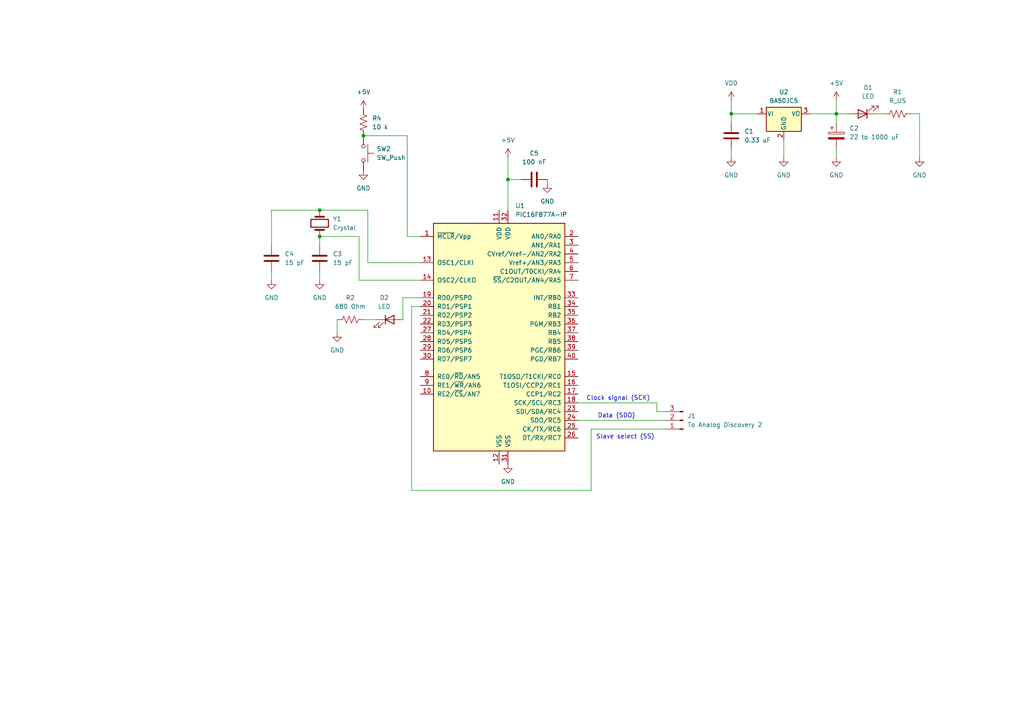
<source format=kicad_sch>
(kicad_sch (version 20250114) (generator "eeschema") (generator_version "9.0")
  (paper "A4")
  (lib_symbols
    (symbol "Connector:Conn_01x03_Pin" (pin_names (offset 1.016) (hide yes))
      (property "Reference" "J" (at 0 5.08 0))
      (property "Value" "Conn_01x03_Pin" (at 0 -5.08 0))
      (symbol "Conn_01x03_Pin_1_1"
        (rectangle (start 0.8636 2.667) (end 0 2.413) (stroke (width 0.1524)) (fill (type outline)))
        (rectangle (start 0.8636 0.127) (end 0 -0.127) (stroke (width 0.1524)) (fill (type outline)))
        (rectangle (start 0.8636 -2.413) (end 0 -2.667) (stroke (width 0.1524)) (fill (type outline)))
        (polyline (pts (xy 1.27 2.54) (xy 0.8636 2.54)) (stroke (width 0.1524)))
        (polyline (pts (xy 1.27 0) (xy 0.8636 0)) (stroke (width 0.1524)))
        (polyline (pts (xy 1.27 -2.54) (xy 0.8636 -2.54)) (stroke (width 0.1524)))
        (pin passive line (at 5.08 2.54 180) (length 3.81) (name "Pin_1") (number "1"))
        (pin passive line (at 5.08 0 180) (length 3.81) (name "Pin_2") (number "2"))
        (pin passive line (at 5.08 -2.54 180) (length 3.81) (name "Pin_3") (number "3"))
      )
    )
    (symbol "Device:C" (pin_numbers (hide yes)) (pin_names (offset 0.254))
      (property "Reference" "C" (at 0.635 2.54 0))
      (property "Value" "C" (at 0.635 -2.54 0))
      (symbol "C_0_1"
        (polyline (pts (xy -2.032 0.762) (xy 2.032 0.762)) (stroke (width 0.508)))
        (polyline (pts (xy -2.032 -0.762) (xy 2.032 -0.762)) (stroke (width 0.508)))
      )
      (symbol "C_1_1"
        (pin passive line (at 0 3.81 270) (length 2.794) (name "~") (number "1"))
        (pin passive line (at 0 -3.81 90) (length 2.794) (name "~") (number "2"))
      )
    )
    (symbol "Device:C_Polarized" (pin_numbers (hide yes)) (pin_names (offset 0.254))
      (property "Reference" "C" (at 0.635 2.54 0))
      (property "Value" "C_Polarized" (at 0.635 -2.54 0))
      (symbol "C_Polarized_0_1"
        (rectangle (start -2.286 0.508) (end 2.286 1.016))
        (polyline (pts (xy -1.778 2.286) (xy -0.762 2.286)))
        (polyline (pts (xy -1.27 2.794) (xy -1.27 1.778)))
        (rectangle (start 2.286 -0.508) (end -2.286 -1.016) (fill (type outline)))
      )
      (symbol "C_Polarized_1_1"
        (pin passive line (at 0 3.81 270) (length 2.794) (name "~") (number "1"))
        (pin passive line (at 0 -3.81 90) (length 2.794) (name "~") (number "2"))
      )
    )
    (symbol "Device:Crystal" (pin_numbers (hide yes)) (pin_names (offset 1.016) (hide yes))
      (property "Reference" "Y" (at 0 3.81 0))
      (property "Value" "Crystal" (at 0 -3.81 0))
      (symbol "Crystal_0_1"
        (polyline (pts (xy -2.54 0) (xy -1.905 0)))
        (polyline (pts (xy -1.905 -1.27) (xy -1.905 1.27)) (stroke (width 0.508)))
        (rectangle (start -1.143 2.54) (end 1.143 -2.54) (stroke (width 0.3048)))
        (polyline (pts (xy 1.905 -1.27) (xy 1.905 1.27)) (stroke (width 0.508)))
        (polyline (pts (xy 2.54 0) (xy 1.905 0)))
      )
      (symbol "Crystal_1_1"
        (pin passive line (at -3.81 0 0) (length 1.27) (name "1") (number "1"))
        (pin passive line (at 3.81 0 180) (length 1.27) (name "2") (number "2"))
      )
    )
    (symbol "Device:LED" (pin_numbers (hide yes)) (pin_names (offset 1.016) (hide yes))
      (property "Reference" "D" (at 0 2.54 0))
      (property "Value" "LED" (at 0 -2.54 0))
      (symbol "LED_0_1"
        (polyline (pts (xy -3.048 -0.762) (xy -4.572 -2.286) (xy -3.81 -2.286) (xy -4.572 -2.286) (xy -4.572 -1.524)))
        (polyline (pts (xy -1.778 -0.762) (xy -3.302 -2.286) (xy -2.54 -2.286) (xy -3.302 -2.286) (xy -3.302 -1.524)))
        (polyline (pts (xy -1.27 0) (xy 1.27 0)))
        (polyline (pts (xy -1.27 -1.27) (xy -1.27 1.27)) (stroke (width 0.254)))
        (polyline (pts (xy 1.27 -1.27) (xy 1.27 1.27) (xy -1.27 0) (xy 1.27 -1.27)) (stroke (width 0.254)))
      )
      (symbol "LED_1_1"
        (pin passive line (at -3.81 0 0) (length 2.54) (name "K") (number "1"))
        (pin passive line (at 3.81 0 180) (length 2.54) (name "A") (number "2"))
      )
    )
    (symbol "Device:R_US" (pin_numbers (hide yes)) (pin_names (offset 0))
      (property "Reference" "R" (at 2.54 0 90))
      (property "Value" "R_US" (at -2.54 0 90))
      (symbol "R_US_0_1"
        (polyline (pts (xy 0 2.286) (xy 0 2.54)))
        (polyline (pts (xy 0 2.286) (xy 1.016 1.905) (xy 0 1.524) (xy -1.016 1.143) (xy 0 0.762)))
        (polyline (pts (xy 0 0.762) (xy 1.016 0.381) (xy 0 0) (xy -1.016 -0.381) (xy 0 -0.762)))
        (polyline (pts (xy 0 -0.762) (xy 1.016 -1.143) (xy 0 -1.524) (xy -1.016 -1.905) (xy 0 -2.286)))
        (polyline (pts (xy 0 -2.286) (xy 0 -2.54)))
      )
      (symbol "R_US_1_1"
        (pin passive line (at 0 3.81 270) (length 1.27) (name "~") (number "1"))
        (pin passive line (at 0 -3.81 90) (length 1.27) (name "~") (number "2"))
      )
    )
    (symbol "MCU_Microchip_PIC16:PIC16F877A-IP" (pin_names (offset 1.016))
      (property "Reference" "U" (at 5.08 35.56 0))
      (property "Value" "PIC16F877A-IP" (at 5.08 33.02 0))
      (symbol "PIC16F877A-IP_0_1"
        (rectangle (start -19.05 31.75) (end 19.05 -34.29) (stroke (width 0.254)) (fill (type background)))
      )
      (symbol "PIC16F877A-IP_1_1"
        (pin input line (at -22.86 27.94 0) (length 3.81) (name "~{MCLR}/Vpp") (number "1"))
        (pin input line (at -22.86 20.32 0) (length 3.81) (name "OSC1/CLKI") (number "13"))
        (pin output line (at -22.86 15.24 0) (length 3.81) (name "OSC2/CLKO") (number "14"))
        (pin bidirectional line (at -22.86 10.16 0) (length 3.81) (name "RD0/PSP0") (number "19"))
        (pin bidirectional line (at -22.86 7.62 0) (length 3.81) (name "RD1/PSP1") (number "20"))
        (pin bidirectional line (at -22.86 5.08 0) (length 3.81) (name "RD2/PSP2") (number "21"))
        (pin bidirectional line (at -22.86 2.54 0) (length 3.81) (name "RD3/PSP3") (number "22"))
        (pin bidirectional line (at -22.86 0 0) (length 3.81) (name "RD4/PSP4") (number "27"))
        (pin bidirectional line (at -22.86 -2.54 0) (length 3.81) (name "RD5/PSP5") (number "28"))
        (pin bidirectional line (at -22.86 -5.08 0) (length 3.81) (name "RD6/PSP6") (number "29"))
        (pin bidirectional line (at -22.86 -7.62 0) (length 3.81) (name "RD7/PSP7") (number "30"))
        (pin bidirectional line (at -22.86 -12.7 0) (length 3.81) (name "RE0/~{RD}/AN5") (number "8"))
        (pin bidirectional line (at -22.86 -15.24 0) (length 3.81) (name "RE1/~{WR}/AN6") (number "9"))
        (pin bidirectional line (at -22.86 -17.78 0) (length 3.81) (name "RE2/~{CS}/AN7") (number "10"))
        (pin power_in line (at 0 35.56 270) (length 3.81) (name "VDD") (number "11"))
        (pin power_in line (at 0 -38.1 90) (length 3.81) (name "VSS") (number "12"))
        (pin power_in line (at 2.54 35.56 270) (length 3.81) (name "VDD") (number "32"))
        (pin power_in line (at 2.54 -38.1 90) (length 3.81) (name "VSS") (number "31"))
        (pin bidirectional line (at 22.86 27.94 180) (length 3.81) (name "AN0/RA0") (number "2"))
        (pin bidirectional line (at 22.86 25.4 180) (length 3.81) (name "AN1/RA1") (number "3"))
        (pin bidirectional line (at 22.86 22.86 180) (length 3.81) (name "CVref/Vref-/AN2/RA2") (number "4"))
        (pin bidirectional line (at 22.86 20.32 180) (length 3.81) (name "Vref+/AN3/RA3") (number "5"))
        (pin bidirectional line (at 22.86 17.78 180) (length 3.81) (name "C1OUT/T0CKI/RA4") (number "6"))
        (pin bidirectional line (at 22.86 15.24 180) (length 3.81) (name "~{SS}/C2OUT/AN4/RA5") (number "7"))
        (pin bidirectional line (at 22.86 10.16 180) (length 3.81) (name "INT/RB0") (number "33"))
        (pin bidirectional line (at 22.86 7.62 180) (length 3.81) (name "RB1") (number "34"))
        (pin bidirectional line (at 22.86 5.08 180) (length 3.81) (name "RB2") (number "35"))
        (pin bidirectional line (at 22.86 2.54 180) (length 3.81) (name "PGM/RB3") (number "36"))
        (pin bidirectional line (at 22.86 0 180) (length 3.81) (name "RB4") (number "37"))
        (pin bidirectional line (at 22.86 -2.54 180) (length 3.81) (name "RB5") (number "38"))
        (pin bidirectional line (at 22.86 -5.08 180) (length 3.81) (name "PGC/RB6") (number "39"))
        (pin bidirectional line (at 22.86 -7.62 180) (length 3.81) (name "PGD/RB7") (number "40"))
        (pin bidirectional line (at 22.86 -12.7 180) (length 3.81) (name "T1OSO/T1CKI/RC0") (number "15"))
        (pin bidirectional line (at 22.86 -15.24 180) (length 3.81) (name "T1OSI/CCP2/RC1") (number "16"))
        (pin bidirectional line (at 22.86 -17.78 180) (length 3.81) (name "CCP1/RC2") (number "17"))
        (pin bidirectional line (at 22.86 -20.32 180) (length 3.81) (name "SCK/SCL/RC3") (number "18"))
        (pin bidirectional line (at 22.86 -22.86 180) (length 3.81) (name "SDI/SDA/RC4") (number "23"))
        (pin bidirectional line (at 22.86 -25.4 180) (length 3.81) (name "SDO/RC5") (number "24"))
        (pin bidirectional line (at 22.86 -27.94 180) (length 3.81) (name "CK/TX/RC6") (number "25"))
        (pin bidirectional line (at 22.86 -30.48 180) (length 3.81) (name "DT/RX/RC7") (number "26"))
      )
    )
    (symbol "Regulator_Linear:LM78M05_TO220" (pin_names (offset 0.254))
      (property "Reference" "U" (at -3.81 3.175 0))
      (property "Value" "LM78M05_TO220" (at 0 3.175 0))
      (symbol "LM78M05_TO220_0_1"
        (rectangle (start -5.08 1.905) (end 5.08 -5.08) (stroke (width 0.254)) (fill (type background)))
      )
      (symbol "LM78M05_TO220_1_1"
        (pin power_in line (at -7.62 0 0) (length 2.54) (name "VI") (number "1"))
        (pin power_in line (at 0 -7.62 90) (length 2.54) (name "GND") (number "2"))
        (pin power_out line (at 7.62 0 180) (length 2.54) (name "VO") (number "3"))
      )
    )
    (symbol "Switch:SW_Push" (pin_numbers (hide yes)) (pin_names (offset 1.016) (hide yes))
      (property "Reference" "SW" (at 1.27 2.54 0))
      (property "Value" "SW_Push" (at 0 -1.524 0))
      (symbol "SW_Push_0_1"
        (circle (center -2.032 0) (radius 0.508))
        (polyline (pts (xy 0 1.27) (xy 0 3.048)))
        (circle (center 2.032 0) (radius 0.508))
        (polyline (pts (xy 2.54 1.27) (xy -2.54 1.27)))
        (pin passive line (at -5.08 0 0) (length 2.54) (name "1") (number "1"))
        (pin passive line (at 5.08 0 180) (length 2.54) (name "2") (number "2"))
      )
    )
    (symbol "power:+5V" (power) (pin_numbers (hide yes)) (pin_names (offset 0) (hide yes))
      (property "Value" "+5V" (at 0 3.556 0))
      (symbol "+5V_0_1"
        (polyline (pts (xy -0.762 1.27) (xy 0 2.54)))
        (polyline (pts (xy 0 2.54) (xy 0.762 1.27)))
        (polyline (pts (xy 0 0) (xy 0 2.54)))
      )
      (symbol "+5V_1_1"
        (pin power_in line (at 0 0 90) (length 0) (name "~") (number "1"))
      )
    )
    (symbol "power:GND" (power) (pin_numbers (hide yes)) (pin_names (offset 0) (hide yes))
      (property "Value" "GND" (at 0 -3.81 0))
      (symbol "GND_0_1"
        (polyline (pts (xy 0 0) (xy 0 -1.27) (xy 1.27 -1.27) (xy 0 -2.54) (xy -1.27 -1.27) (xy 0 -1.27)))
      )
      (symbol "GND_1_1"
        (pin power_in line (at 0 0 270) (length 0) (name "~") (number "1"))
      )
    )
    (symbol "power:VDD" (power) (pin_numbers (hide yes)) (pin_names (offset 0) (hide yes))
      (property "Value" "VDD" (at 0 3.556 0))
      (symbol "VDD_0_1"
        (polyline (pts (xy -0.762 1.27) (xy 0 2.54)))
        (polyline (pts (xy 0 2.54) (xy 0.762 1.27)))
        (polyline (pts (xy 0 0) (xy 0 2.54)))
      )
      (symbol "VDD_1_1"
        (pin power_in line (at 0 0 90) (length 0) (name "~") (number "1"))
      )
    )
  )
  (text "Clock signal (SCK)" (at 179.324 115.57 0) (effects (font (size 1.27 1.27))))
  (text "Data (SDO)" (at 178.816 120.65 0) (effects (font (size 1.27 1.27))))
  (text "Slave select (SS)" (at 181.356 126.746 0) (effects (font (size 1.27 1.27))))
  (junction (at 212.09 33.02))
  (junction (at 242.57 33.02))
  (junction (at 105.41 39.37))
  (junction (at 92.71 60.96))
  (junction (at 147.32 52.07))
  (junction (at 92.71 68.58))
  (wire (pts (xy 264.16 33.02) (xy 266.7 33.02)))
  (wire (pts (xy 78.74 60.96) (xy 92.71 60.96)))
  (wire (pts (xy 242.57 29.21) (xy 242.57 33.02)))
  (wire (pts (xy 105.41 39.37) (xy 118.11 39.37)))
  (wire (pts (xy 254 33.02) (xy 256.54 33.02)))
  (wire (pts (xy 171.45 142.24) (xy 171.45 124.46)))
  (wire (pts (xy 104.14 68.58) (xy 92.71 68.58)))
  (wire (pts (xy 118.11 68.58) (xy 118.11 39.37)))
  (wire (pts (xy 106.68 60.96) (xy 106.68 76.2)))
  (wire (pts (xy 193.04 119.38) (xy 190.5 119.38)))
  (wire (pts (xy 121.92 86.36) (xy 116.84 86.36)))
  (wire (pts (xy 147.32 52.07) (xy 151.13 52.07)))
  (wire (pts (xy 242.57 43.18) (xy 242.57 45.72)))
  (wire (pts (xy 92.71 60.96) (xy 106.68 60.96)))
  (wire (pts (xy 121.92 68.58) (xy 118.11 68.58)))
  (wire (pts (xy 116.84 86.36) (xy 116.84 92.71)))
  (wire (pts (xy 212.09 43.18) (xy 212.09 45.72)))
  (wire (pts (xy 171.45 124.46) (xy 193.04 124.46)))
  (wire (pts (xy 97.79 92.71) (xy 97.79 96.52)))
  (wire (pts (xy 78.74 78.74) (xy 78.74 81.28)))
  (wire (pts (xy 78.74 71.12) (xy 78.74 60.96)))
  (wire (pts (xy 104.14 81.28) (xy 121.92 81.28)))
  (wire (pts (xy 119.38 142.24) (xy 171.45 142.24)))
  (wire (pts (xy 167.64 121.92) (xy 193.04 121.92)))
  (wire (pts (xy 119.38 88.9) (xy 119.38 142.24)))
  (wire (pts (xy 104.14 68.58) (xy 104.14 81.28)))
  (wire (pts (xy 227.33 40.64) (xy 227.33 45.72)))
  (wire (pts (xy 92.71 78.74) (xy 92.71 81.28)))
  (wire (pts (xy 106.68 76.2) (xy 121.92 76.2)))
  (wire (pts (xy 147.32 45.72) (xy 147.32 52.07)))
  (wire (pts (xy 105.41 92.71) (xy 109.22 92.71)))
  (wire (pts (xy 242.57 33.02) (xy 242.57 35.56)))
  (wire (pts (xy 121.92 88.9) (xy 119.38 88.9)))
  (wire (pts (xy 212.09 29.21) (xy 212.09 33.02)))
  (wire (pts (xy 212.09 35.56) (xy 212.09 33.02)))
  (wire (pts (xy 158.75 52.07) (xy 158.75 53.34)))
  (wire (pts (xy 92.71 68.58) (xy 92.71 71.12)))
  (wire (pts (xy 147.32 52.07) (xy 147.32 60.96)))
  (wire (pts (xy 234.95 33.02) (xy 242.57 33.02)))
  (wire (pts (xy 212.09 33.02) (xy 219.71 33.02)))
  (wire (pts (xy 266.7 45.72) (xy 266.7 33.02)))
  (wire (pts (xy 167.64 116.84) (xy 190.5 116.84)))
  (wire (pts (xy 242.57 33.02) (xy 246.38 33.02)))
  (wire (pts (xy 190.5 119.38) (xy 190.5 116.84)))
  (symbol (lib_id "power:GND") (at 242.57 45.72 0) (unit 1)
    (property "Reference" "#PWR05" (effects (hide yes)))
    (property "Value" "GND" (at 242.57 50.8 0))
    (property "Description" "Power symbol creates a global label with name \"GND\" , ground" (effects (hide yes)))
  )
  (symbol (lib_id "power:+5V") (at 147.32 45.72 0) (unit 1)
    (property "Reference" "#PWR06" (effects (hide yes)))
    (property "Value" "+5V" (at 147.32 40.64 0))
    (property "Description" "Power symbol creates a global label with name \"+5V\"" (effects (hide yes)))
  )
  (symbol (lib_id "Regulator_Linear:LM78M05_TO220") (at 227.33 33.02 0) (unit 1)
    (property "Reference" "U2" (at 227.33 26.67 0))
    (property "Value" "BA50JC5" (at 227.33 29.21 0))
    (property "Footprint" "Package_TO_SOT_THT:TO-220-3_Vertical" (effects (hide yes)))
    (property "Datasheet" "https://www.onsemi.com/pub/Collateral/MC78M00-D.PDF" (effects (hide yes)))
    (property "Description" "Positive 500mA 35V Linear Regulator, Fixed Output 5V, TO-220" (effects (hide yes)))
  )
  (symbol (lib_id "power:VDD") (at 212.09 29.21 0) (unit 1)
    (property "Reference" "#PWR02" (effects (hide yes)))
    (property "Value" "VDD" (at 212.09 24.13 0))
    (property "Description" "Power symbol creates a global label with name \"VDD\"" (effects (hide yes)))
  )
  (symbol (lib_id "Device:R_US") (at 105.41 35.56 0) (unit 1)
    (property "Reference" "R4" (at 107.95 34.2899 0) (effects (justify left)))
    (property "Value" "10 k" (at 107.95 36.8299 0) (effects (justify left)))
    (property "Description" "Resistor, US symbol" (effects (hide yes)))
  )
  (symbol (lib_id "Device:Crystal") (at 92.71 64.77 90) (unit 1)
    (property "Reference" "Y1" (at 96.52 63.4999 90) (effects (justify right)))
    (property "Value" "Crystal" (at 96.52 66.0399 90) (effects (justify right)))
    (property "Description" "Two pin crystal" (effects (hide yes)))
  )
  (symbol (lib_id "power:+5V") (at 105.41 31.75 0) (unit 1)
    (property "Reference" "#PWR015" (effects (hide yes)))
    (property "Value" "+5V" (at 105.41 26.67 0))
    (property "Description" "Power symbol creates a global label with name \"+5V\"" (effects (hide yes)))
  )
  (symbol (lib_id "Connector:Conn_01x03_Pin") (at 198.12 121.92 180) (unit 1)
    (property "Reference" "J1" (at 199.39 120.6499 0) (effects (justify right)))
    (property "Value" "To Analog Discovery 2" (at 199.39 123.1899 0) (effects (justify right)))
    (property "Description" "Generic connector, single row, 01x03, script generated" (effects (hide yes)))
  )
  (symbol (lib_id "Device:R_US") (at 101.6 92.71 90) (unit 1)
    (property "Reference" "R2" (at 101.6 86.36 90))
    (property "Value" "680 Ohm" (at 101.6 88.9 90))
    (property "Description" "Resistor, US symbol" (effects (hide yes)))
  )
  (symbol (lib_id "Device:C") (at 78.74 74.93 0) (unit 1)
    (property "Reference" "C4" (at 82.55 73.6599 0) (effects (justify left)))
    (property "Value" "15 pF" (at 82.55 76.1999 0) (effects (justify left)))
    (property "Description" "Unpolarized capacitor" (effects (hide yes)))
  )
  (symbol (lib_id "power:GND") (at 212.09 45.72 0) (unit 1)
    (property "Reference" "#PWR01" (effects (hide yes)))
    (property "Value" "GND" (at 212.09 50.8 0))
    (property "Description" "Power symbol creates a global label with name \"GND\" , ground" (effects (hide yes)))
  )
  (symbol (lib_id "Device:C") (at 92.71 74.93 0) (unit 1)
    (property "Reference" "C3" (at 96.52 73.6599 0) (effects (justify left)))
    (property "Value" "15 pF" (at 96.52 76.1999 0) (effects (justify left)))
    (property "Description" "Unpolarized capacitor" (effects (hide yes)))
  )
  (symbol (lib_id "power:+5V") (at 242.57 29.21 0) (unit 1)
    (property "Reference" "#PWR04" (effects (hide yes)))
    (property "Value" "+5V" (at 242.57 24.13 0))
    (property "Description" "Power symbol creates a global label with name \"+5V\"" (effects (hide yes)))
  )
  (symbol (lib_id "MCU_Microchip_PIC16:PIC16F877A-IP") (at 144.78 96.52 0) (unit 1)
    (property "Reference" "U1" (at 149.4633 59.69 0) (effects (justify left)))
    (property "Value" "PIC16F877A-IP" (at 149.4633 62.23 0) (effects (justify left)))
    (property "Footprint" "Package_DIP:DIP-40_W15.24mm" (effects (hide yes)))
    (property "Datasheet" "http://ww1.microchip.com/downloads/en/DeviceDoc/39582b.pdf" (effects (hide yes)))
    (property "Description" "8W Flash, 386B SRAM, 256B EEPROM, DIP40" (effects (hide yes)))
  )
  (symbol (lib_id "Switch:SW_Push") (at 105.41 44.45 270) (unit 1)
    (property "Reference" "SW2" (at 109.22 43.1799 90) (effects (justify left)))
    (property "Value" "SW_Push" (at 109.22 45.7199 90) (effects (justify left)))
    (property "Description" "Push button switch, generic, two pins" (effects (hide yes)))
  )
  (symbol (lib_id "power:GND") (at 105.41 49.53 0) (unit 1)
    (property "Reference" "#PWR016" (effects (hide yes)))
    (property "Value" "GND" (at 105.41 54.61 0))
    (property "Description" "Power symbol creates a global label with name \"GND\" , ground" (effects (hide yes)))
  )
  (symbol (lib_id "power:GND") (at 266.7 45.72 0) (unit 1)
    (property "Reference" "#PWR08" (effects (hide yes)))
    (property "Value" "GND" (at 266.7 50.8 0))
    (property "Description" "Power symbol creates a global label with name \"GND\" , ground" (effects (hide yes)))
  )
  (symbol (lib_id "power:GND") (at 78.74 81.28 0) (unit 1)
    (property "Reference" "#PWR09" (effects (hide yes)))
    (property "Value" "GND" (at 78.74 86.36 0))
    (property "Description" "Power symbol creates a global label with name \"GND\" , ground" (effects (hide yes)))
  )
  (symbol (lib_id "power:GND") (at 158.75 53.34 0) (unit 1)
    (property "Reference" "#PWR014" (effects (hide yes)))
    (property "Value" "GND" (at 158.75 58.42 0))
    (property "Description" "Power symbol creates a global label with name \"GND\" , ground" (effects (hide yes)))
  )
  (symbol (lib_id "power:GND") (at 97.79 96.52 0) (unit 1)
    (property "Reference" "#PWR011" (effects (hide yes)))
    (property "Value" "GND" (at 97.79 101.6 0))
    (property "Description" "Power symbol creates a global label with name \"GND\" , ground" (effects (hide yes)))
  )
  (symbol (lib_id "Device:C_Polarized") (at 242.57 39.37 0) (unit 1)
    (property "Reference" "C2" (at 246.38 37.2109 0) (effects (justify left)))
    (property "Value" "22 to 1000 uF" (at 246.38 39.7509 0) (effects (justify left)))
    (property "Description" "Polarized capacitor" (effects (hide yes)))
  )
  (symbol (lib_id "power:GND") (at 227.33 45.72 0) (unit 1)
    (property "Reference" "#PWR03" (effects (hide yes)))
    (property "Value" "GND" (at 227.33 50.8 0))
    (property "Description" "Power symbol creates a global label with name \"GND\" , ground" (effects (hide yes)))
  )
  (symbol (lib_id "Device:LED") (at 113.03 92.71 0) (unit 1)
    (property "Reference" "D2" (at 111.4425 86.36 0))
    (property "Value" "LED" (at 111.4425 88.9 0))
    (property "Description" "Light emitting diode" (effects (hide yes)))
    (property "Sim.Pins" "1=K 2=A" (effects (hide yes)))
  )
  (symbol (lib_id "Device:R_US") (at 260.35 33.02 90) (unit 1)
    (property "Reference" "R1" (at 260.35 26.67 90))
    (property "Value" "R_US" (at 260.35 29.21 90))
    (property "Description" "Resistor, US symbol" (effects (hide yes)))
  )
  (symbol (lib_id "Device:C") (at 154.94 52.07 90) (unit 1)
    (property "Reference" "C5" (at 154.94 44.45 90))
    (property "Value" "100 nF" (at 154.94 46.99 90))
    (property "Description" "Unpolarized capacitor" (effects (hide yes)))
  )
  (symbol (lib_id "Device:C") (at 212.09 39.37 0) (unit 1)
    (property "Reference" "C1" (at 215.9 38.0999 0) (effects (justify left)))
    (property "Value" "0.33 uF" (at 215.9 40.6399 0) (effects (justify left)))
    (property "Description" "Unpolarized capacitor" (effects (hide yes)))
  )
  (symbol (lib_id "Device:LED") (at 250.19 33.02 180) (unit 1)
    (property "Reference" "D1" (at 251.7775 25.4 0))
    (property "Value" "LED" (at 251.7775 27.94 0))
    (property "Description" "Light emitting diode" (effects (hide yes)))
    (property "Sim.Pins" "1=K 2=A" (effects (hide yes)))
  )
  (symbol (lib_id "power:GND") (at 92.71 81.28 0) (unit 1)
    (property "Reference" "#PWR010" (effects (hide yes)))
    (property "Value" "GND" (at 92.71 86.36 0))
    (property "Description" "Power symbol creates a global label with name \"GND\" , ground" (effects (hide yes)))
  )
  (symbol (lib_id "power:GND") (at 147.32 134.62 0) (unit 1)
    (property "Reference" "#PWR07" (effects (hide yes)))
    (property "Value" "GND" (at 147.32 139.7 0))
    (property "Description" "Power symbol creates a global label with name \"GND\" , ground" (effects (hide yes)))
  )
)
</source>
